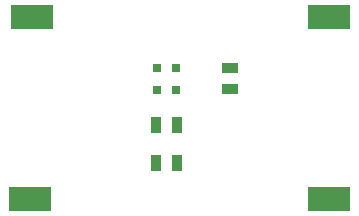
<source format=gtp>
G04 Layer_Color=8421504*
%FSLAX25Y25*%
%MOIN*%
G70*
G01*
G75*
%ADD10R,0.03347X0.05512*%
%ADD11R,0.14370X0.08071*%
%ADD12R,0.03150X0.03150*%
%ADD13R,0.05512X0.03347*%
D10*
X74000Y-65000D02*
D03*
X67110D02*
D03*
X74000Y-52500D02*
D03*
X67110D02*
D03*
D11*
X124500Y-16500D02*
D03*
X25500D02*
D03*
X25000Y-77000D02*
D03*
X124500D02*
D03*
D12*
X67350Y-33260D02*
D03*
Y-40740D02*
D03*
X73650D02*
D03*
Y-33260D02*
D03*
D13*
X91500Y-33555D02*
D03*
Y-40445D02*
D03*
M02*

</source>
